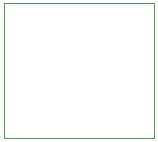
<source format=gbr>
G04 #@! TF.GenerationSoftware,KiCad,Pcbnew,5.1.4-e60b266~84~ubuntu18.04.1*
G04 #@! TF.CreationDate,2019-11-10T17:45:18-05:00*
G04 #@! TF.ProjectId,Ultrasonic_4pin_to_3pin_2.54,556c7472-6173-46f6-9e69-635f3470696e,rev?*
G04 #@! TF.SameCoordinates,Original*
G04 #@! TF.FileFunction,Profile,NP*
%FSLAX46Y46*%
G04 Gerber Fmt 4.6, Leading zero omitted, Abs format (unit mm)*
G04 Created by KiCad (PCBNEW 5.1.4-e60b266~84~ubuntu18.04.1) date 2019-11-10 17:45:18*
%MOMM*%
%LPD*%
G04 APERTURE LIST*
%ADD10C,0.050000*%
G04 APERTURE END LIST*
D10*
X74930000Y-35560000D02*
X62230000Y-35560000D01*
X74930000Y-46990000D02*
X74930000Y-35560000D01*
X62230000Y-46990000D02*
X74930000Y-46990000D01*
X62230000Y-35560000D02*
X62230000Y-46990000D01*
M02*

</source>
